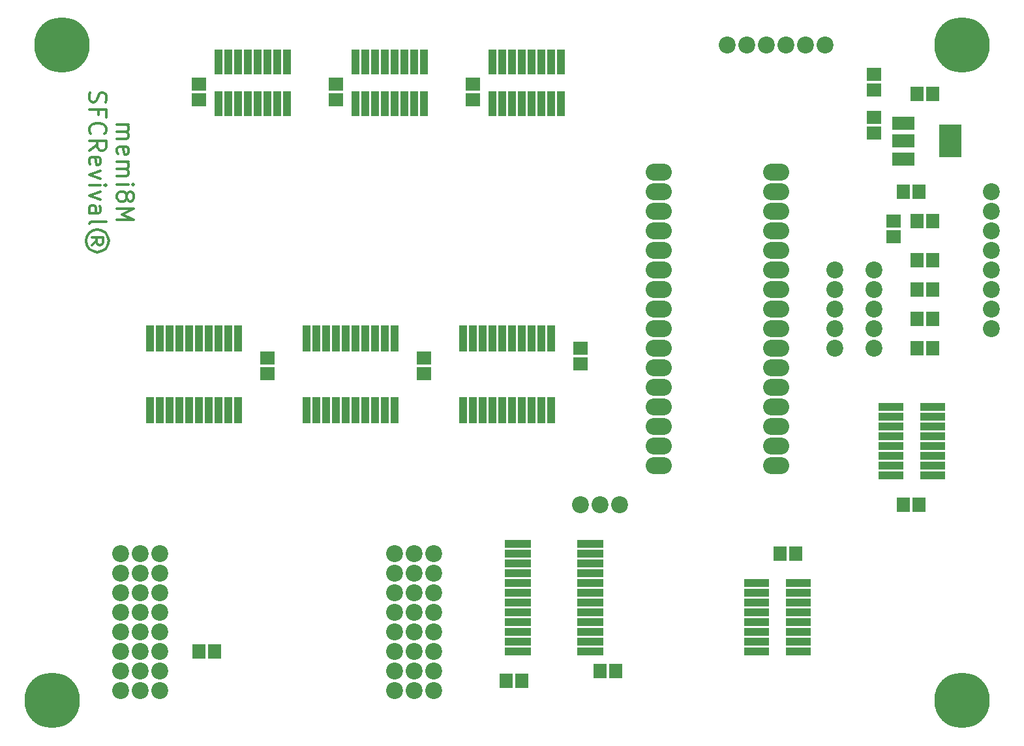
<source format=gts>
G04 #@! TF.FileFunction,Soldermask,Top*
%FSLAX46Y46*%
G04 Gerber Fmt 4.6, Leading zero omitted, Abs format (unit mm)*
G04 Created by KiCad (PCBNEW 4.0.7) date 03/21/19 10:54:29*
%MOMM*%
%LPD*%
G01*
G04 APERTURE LIST*
%ADD10C,0.100000*%
%ADD11C,0.300000*%
%ADD12R,1.800000X1.900000*%
%ADD13R,1.900000X1.800000*%
%ADD14C,2.200000*%
%ADD15R,1.100000X3.200000*%
%ADD16R,3.200000X1.100000*%
%ADD17O,3.400000X2.200000*%
%ADD18R,1.100000X3.400000*%
%ADD19R,2.900000X1.700000*%
%ADD20R,3.000000X4.250000*%
%ADD21R,3.400000X1.100000*%
%ADD22C,7.200000*%
G04 APERTURE END LIST*
D10*
D11*
X14874762Y-17649049D02*
X16341429Y-17649049D01*
X16131905Y-17649049D02*
X16236667Y-17753810D01*
X16341429Y-17963334D01*
X16341429Y-18277620D01*
X16236667Y-18487144D01*
X16027143Y-18591906D01*
X14874762Y-18591906D01*
X16027143Y-18591906D02*
X16236667Y-18696668D01*
X16341429Y-18906191D01*
X16341429Y-19220477D01*
X16236667Y-19430001D01*
X16027143Y-19534763D01*
X14874762Y-19534763D01*
X14979524Y-21420477D02*
X14874762Y-21210953D01*
X14874762Y-20791905D01*
X14979524Y-20582382D01*
X15189048Y-20477620D01*
X16027143Y-20477620D01*
X16236667Y-20582382D01*
X16341429Y-20791905D01*
X16341429Y-21210953D01*
X16236667Y-21420477D01*
X16027143Y-21525239D01*
X15817619Y-21525239D01*
X15608095Y-20477620D01*
X14874762Y-22468096D02*
X16341429Y-22468096D01*
X16131905Y-22468096D02*
X16236667Y-22572857D01*
X16341429Y-22782381D01*
X16341429Y-23096667D01*
X16236667Y-23306191D01*
X16027143Y-23410953D01*
X14874762Y-23410953D01*
X16027143Y-23410953D02*
X16236667Y-23515715D01*
X16341429Y-23725238D01*
X16341429Y-24039524D01*
X16236667Y-24249048D01*
X16027143Y-24353810D01*
X14874762Y-24353810D01*
X14874762Y-25401429D02*
X16341429Y-25401429D01*
X17074762Y-25401429D02*
X16970000Y-25296667D01*
X16865238Y-25401429D01*
X16970000Y-25506190D01*
X17074762Y-25401429D01*
X16865238Y-25401429D01*
X16131905Y-26763333D02*
X16236667Y-26553809D01*
X16341429Y-26449048D01*
X16550952Y-26344286D01*
X16655714Y-26344286D01*
X16865238Y-26449048D01*
X16970000Y-26553809D01*
X17074762Y-26763333D01*
X17074762Y-27182381D01*
X16970000Y-27391905D01*
X16865238Y-27496667D01*
X16655714Y-27601428D01*
X16550952Y-27601428D01*
X16341429Y-27496667D01*
X16236667Y-27391905D01*
X16131905Y-27182381D01*
X16131905Y-26763333D01*
X16027143Y-26553809D01*
X15922381Y-26449048D01*
X15712857Y-26344286D01*
X15293810Y-26344286D01*
X15084286Y-26449048D01*
X14979524Y-26553809D01*
X14874762Y-26763333D01*
X14874762Y-27182381D01*
X14979524Y-27391905D01*
X15084286Y-27496667D01*
X15293810Y-27601428D01*
X15712857Y-27601428D01*
X15922381Y-27496667D01*
X16027143Y-27391905D01*
X16131905Y-27182381D01*
X14874762Y-28544286D02*
X17074762Y-28544286D01*
X15503333Y-29277619D01*
X17074762Y-30010952D01*
X14874762Y-30010952D01*
X11379524Y-13458573D02*
X11274762Y-13772858D01*
X11274762Y-14296668D01*
X11379524Y-14506192D01*
X11484286Y-14610954D01*
X11693810Y-14715715D01*
X11903333Y-14715715D01*
X12112857Y-14610954D01*
X12217619Y-14506192D01*
X12322381Y-14296668D01*
X12427143Y-13877620D01*
X12531905Y-13668096D01*
X12636667Y-13563335D01*
X12846190Y-13458573D01*
X13055714Y-13458573D01*
X13265238Y-13563335D01*
X13370000Y-13668096D01*
X13474762Y-13877620D01*
X13474762Y-14401430D01*
X13370000Y-14715715D01*
X12427143Y-16391906D02*
X12427143Y-15658573D01*
X11274762Y-15658573D02*
X13474762Y-15658573D01*
X13474762Y-16706192D01*
X11484286Y-18801429D02*
X11379524Y-18696667D01*
X11274762Y-18382382D01*
X11274762Y-18172858D01*
X11379524Y-17858572D01*
X11589048Y-17649048D01*
X11798571Y-17544287D01*
X12217619Y-17439525D01*
X12531905Y-17439525D01*
X12950952Y-17544287D01*
X13160476Y-17649048D01*
X13370000Y-17858572D01*
X13474762Y-18172858D01*
X13474762Y-18382382D01*
X13370000Y-18696667D01*
X13265238Y-18801429D01*
X11274762Y-21001429D02*
X12322381Y-20268096D01*
X11274762Y-19744287D02*
X13474762Y-19744287D01*
X13474762Y-20582382D01*
X13370000Y-20791906D01*
X13265238Y-20896667D01*
X13055714Y-21001429D01*
X12741429Y-21001429D01*
X12531905Y-20896667D01*
X12427143Y-20791906D01*
X12322381Y-20582382D01*
X12322381Y-19744287D01*
X11379524Y-22782382D02*
X11274762Y-22572858D01*
X11274762Y-22153810D01*
X11379524Y-21944287D01*
X11589048Y-21839525D01*
X12427143Y-21839525D01*
X12636667Y-21944287D01*
X12741429Y-22153810D01*
X12741429Y-22572858D01*
X12636667Y-22782382D01*
X12427143Y-22887144D01*
X12217619Y-22887144D01*
X12008095Y-21839525D01*
X12741429Y-23620477D02*
X11274762Y-24144286D01*
X12741429Y-24668096D01*
X11274762Y-25506191D02*
X12741429Y-25506191D01*
X13474762Y-25506191D02*
X13370000Y-25401429D01*
X13265238Y-25506191D01*
X13370000Y-25610952D01*
X13474762Y-25506191D01*
X13265238Y-25506191D01*
X12741429Y-26344286D02*
X11274762Y-26868095D01*
X12741429Y-27391905D01*
X11274762Y-29172857D02*
X12427143Y-29172857D01*
X12636667Y-29068095D01*
X12741429Y-28858571D01*
X12741429Y-28439523D01*
X12636667Y-28230000D01*
X11379524Y-29172857D02*
X11274762Y-28963333D01*
X11274762Y-28439523D01*
X11379524Y-28230000D01*
X11589048Y-28125238D01*
X11798571Y-28125238D01*
X12008095Y-28230000D01*
X12112857Y-28439523D01*
X12112857Y-28963333D01*
X12217619Y-29172857D01*
X11274762Y-30534761D02*
X11379524Y-30325237D01*
X11589048Y-30220476D01*
X13474762Y-30220476D01*
X11589048Y-33258571D02*
X12217619Y-32734761D01*
X11589048Y-32315714D02*
X13055714Y-32315714D01*
X13055714Y-32944285D01*
X12950952Y-33153809D01*
X12741429Y-33258571D01*
X12531905Y-33258571D01*
X12322381Y-33153809D01*
X12217619Y-32944285D01*
X12217619Y-32315714D01*
X13789048Y-32734761D02*
X13684286Y-32210952D01*
X13370000Y-31687142D01*
X12846190Y-31372857D01*
X12322381Y-31268095D01*
X11798571Y-31372857D01*
X11274762Y-31687142D01*
X10960476Y-32210952D01*
X10855714Y-32734761D01*
X10960476Y-33258571D01*
X11274762Y-33782380D01*
X11798571Y-34096666D01*
X12322381Y-34201428D01*
X12846190Y-34096666D01*
X13370000Y-33782380D01*
X13684286Y-33258571D01*
X13789048Y-32734761D01*
D12*
X116940000Y-26370000D03*
X118984700Y-26370000D03*
D13*
X113130000Y-18750000D03*
X113130000Y-16705300D03*
X25500000Y-12400000D03*
X25500000Y-14444700D03*
X43280000Y-12400000D03*
X43280000Y-14444700D03*
X61060000Y-12400000D03*
X61060000Y-14444700D03*
D12*
X102970000Y-73360000D03*
X100925300Y-73360000D03*
X77570000Y-88600000D03*
X79614700Y-88600000D03*
X116940000Y-67010000D03*
X118984700Y-67010000D03*
D13*
X34390000Y-47960000D03*
X34390000Y-50004700D03*
X54710000Y-47960000D03*
X54710000Y-50004700D03*
X75030000Y-46690000D03*
X75030000Y-48734700D03*
D12*
X67410000Y-89870000D03*
X65365300Y-89870000D03*
X25500000Y-86060000D03*
X27544700Y-86060000D03*
X120750000Y-30180000D03*
X118705300Y-30180000D03*
X120750000Y-13670000D03*
X118705300Y-13670000D03*
D14*
X94080000Y-7320000D03*
X96620000Y-7320000D03*
X99160000Y-7320000D03*
X101700000Y-7320000D03*
X104240000Y-7320000D03*
X106780000Y-7320000D03*
X128370000Y-28910000D03*
X128370000Y-26370000D03*
X80110000Y-67010000D03*
X77570000Y-67010000D03*
X75030000Y-67010000D03*
X128370000Y-44150000D03*
X128370000Y-41610000D03*
X128370000Y-39070000D03*
X128370000Y-36530000D03*
X128370000Y-33990000D03*
X128370000Y-31450000D03*
D13*
X115670000Y-30180000D03*
X115670000Y-32224700D03*
X113130000Y-11130000D03*
X113130000Y-13174700D03*
D12*
X120750000Y-35260000D03*
X118705300Y-35260000D03*
X120750000Y-39070000D03*
X118705300Y-39070000D03*
X120750000Y-42880000D03*
X118705300Y-42880000D03*
X120750000Y-46690000D03*
X118705300Y-46690000D03*
D14*
X108050000Y-36530000D03*
X108050000Y-39070000D03*
X108050000Y-41610000D03*
X108050000Y-44150000D03*
X108050000Y-46690000D03*
X113130000Y-46690000D03*
X113130000Y-44150000D03*
X113130000Y-41610000D03*
X113130000Y-39070000D03*
X113130000Y-36530000D03*
D15*
X28040000Y-14940000D03*
X29310000Y-14940000D03*
X30580000Y-14940000D03*
X31850000Y-14940000D03*
X33120000Y-14940000D03*
X34390000Y-14940000D03*
X35660000Y-14940000D03*
X35660000Y-9542500D03*
X34390000Y-9542500D03*
X33120000Y-9542500D03*
X31850000Y-9542500D03*
X30580000Y-9542500D03*
X29310000Y-9542500D03*
X28040000Y-9542500D03*
X36930000Y-14940000D03*
X36930000Y-9542500D03*
X45820000Y-14940000D03*
X47090000Y-14940000D03*
X48360000Y-14940000D03*
X49630000Y-14940000D03*
X50900000Y-14940000D03*
X52170000Y-14940000D03*
X53440000Y-14940000D03*
X53440000Y-9542500D03*
X52170000Y-9542500D03*
X50900000Y-9542500D03*
X49630000Y-9542500D03*
X48360000Y-9542500D03*
X47090000Y-9542500D03*
X45820000Y-9542500D03*
X54710000Y-14940000D03*
X54710000Y-9542500D03*
X63600000Y-14940000D03*
X64870000Y-14940000D03*
X66140000Y-14940000D03*
X67410000Y-14940000D03*
X68680000Y-14940000D03*
X69950000Y-14940000D03*
X71220000Y-14940000D03*
X71220000Y-9542500D03*
X69950000Y-9542500D03*
X68680000Y-9542500D03*
X67410000Y-9542500D03*
X66140000Y-9542500D03*
X64870000Y-9542500D03*
X63600000Y-9542500D03*
X72490000Y-14940000D03*
X72490000Y-9542500D03*
D16*
X97890000Y-77170000D03*
X97890000Y-78440000D03*
X97890000Y-79710000D03*
X97890000Y-80980000D03*
X97890000Y-82250000D03*
X97890000Y-83520000D03*
X97890000Y-84790000D03*
X103287500Y-84790000D03*
X103287500Y-83520000D03*
X103287500Y-82250000D03*
X103287500Y-80980000D03*
X103287500Y-79710000D03*
X103287500Y-78440000D03*
X103287500Y-77170000D03*
X97890000Y-86060000D03*
X103287500Y-86060000D03*
D17*
X85190000Y-23830000D03*
X85190000Y-26370000D03*
X85190000Y-28910000D03*
X85190000Y-31450000D03*
X85190000Y-33990000D03*
X85190000Y-36530000D03*
X85190000Y-39070000D03*
X85190000Y-41610000D03*
X85190000Y-44150000D03*
X85190000Y-46690000D03*
X85190000Y-49230000D03*
X85190000Y-51770000D03*
X85190000Y-54310000D03*
X85190000Y-56850000D03*
X85190000Y-59390000D03*
X85190000Y-61930000D03*
X100430000Y-61930000D03*
X100430000Y-59390000D03*
X100430000Y-56850000D03*
X100430000Y-54310000D03*
X100430000Y-51770000D03*
X100430000Y-49230000D03*
X100430000Y-46690000D03*
X100430000Y-44150000D03*
X100430000Y-41610000D03*
X100430000Y-39070000D03*
X100430000Y-36530000D03*
X100430000Y-33990000D03*
X100430000Y-31450000D03*
X100430000Y-28910000D03*
X100430000Y-26370000D03*
X100430000Y-23830000D03*
D18*
X30580000Y-45420000D03*
X29310000Y-45420000D03*
X28040000Y-45420000D03*
X26770000Y-45420000D03*
X25500000Y-45420000D03*
X24230000Y-45420000D03*
X22960000Y-45420000D03*
X21690000Y-45420000D03*
X20420000Y-45420000D03*
X19150000Y-45420000D03*
X19150000Y-54716400D03*
X20420000Y-54716400D03*
X21690000Y-54716400D03*
X22960000Y-54716400D03*
X24230000Y-54716400D03*
X25500000Y-54716400D03*
X26770000Y-54716400D03*
X28040000Y-54716400D03*
X29310000Y-54716400D03*
X30580000Y-54716400D03*
X50900000Y-45420000D03*
X49630000Y-45420000D03*
X48360000Y-45420000D03*
X47090000Y-45420000D03*
X45820000Y-45420000D03*
X44550000Y-45420000D03*
X43280000Y-45420000D03*
X42010000Y-45420000D03*
X40740000Y-45420000D03*
X39470000Y-45420000D03*
X39470000Y-54716400D03*
X40740000Y-54716400D03*
X42010000Y-54716400D03*
X43280000Y-54716400D03*
X44550000Y-54716400D03*
X45820000Y-54716400D03*
X47090000Y-54716400D03*
X48360000Y-54716400D03*
X49630000Y-54716400D03*
X50900000Y-54716400D03*
X71220000Y-45420000D03*
X69950000Y-45420000D03*
X68680000Y-45420000D03*
X67410000Y-45420000D03*
X66140000Y-45420000D03*
X64870000Y-45420000D03*
X63600000Y-45420000D03*
X62330000Y-45420000D03*
X61060000Y-45420000D03*
X59790000Y-45420000D03*
X59790000Y-54716400D03*
X61060000Y-54716400D03*
X62330000Y-54716400D03*
X63600000Y-54716400D03*
X64870000Y-54716400D03*
X66140000Y-54716400D03*
X67410000Y-54716400D03*
X68680000Y-54716400D03*
X69950000Y-54716400D03*
X71220000Y-54716400D03*
D19*
X116940000Y-17480000D03*
X116940000Y-19778700D03*
X116940000Y-22077400D03*
D20*
X123036000Y-19778700D03*
D16*
X120750000Y-63200000D03*
X120750000Y-61930000D03*
X120750000Y-60660000D03*
X120750000Y-59390000D03*
X120750000Y-58120000D03*
X120750000Y-56850000D03*
X120750000Y-55580000D03*
X115352500Y-55580000D03*
X115352500Y-56850000D03*
X115352500Y-58120000D03*
X115352500Y-59390000D03*
X115352500Y-60660000D03*
X115352500Y-61930000D03*
X115352500Y-63200000D03*
X120750000Y-54310000D03*
X115352500Y-54310000D03*
D14*
X20420000Y-73360000D03*
X17880000Y-73360000D03*
X15340000Y-73360000D03*
X20420000Y-75900000D03*
X17880000Y-75900000D03*
X15340000Y-75900000D03*
X20420000Y-78440000D03*
X17880000Y-78440000D03*
X15340000Y-78440000D03*
X20420000Y-80980000D03*
X17880000Y-80980000D03*
X15340000Y-80980000D03*
X20420000Y-83520000D03*
X17880000Y-83520000D03*
X15340000Y-83520000D03*
X20420000Y-86060000D03*
X17880000Y-86060000D03*
X15340000Y-86060000D03*
X20420000Y-88600000D03*
X17880000Y-88600000D03*
X15340000Y-88600000D03*
X20420000Y-91140000D03*
X17880000Y-91140000D03*
X15340000Y-91140000D03*
X55980000Y-91140000D03*
X53440000Y-91140000D03*
X50900000Y-91140000D03*
X55980000Y-88600000D03*
X53440000Y-88600000D03*
X50900000Y-88600000D03*
X55980000Y-86060000D03*
X53440000Y-86060000D03*
X50900000Y-86060000D03*
X55980000Y-83520000D03*
X53440000Y-83520000D03*
X50900000Y-83520000D03*
X55980000Y-80980000D03*
X53440000Y-80980000D03*
X50900000Y-80980000D03*
X55980000Y-78440000D03*
X53440000Y-78440000D03*
X50900000Y-78440000D03*
X55980000Y-75900000D03*
X53440000Y-75900000D03*
X50900000Y-75900000D03*
X55980000Y-73360000D03*
X53440000Y-73360000D03*
X50900000Y-73360000D03*
D21*
X76300000Y-86060000D03*
X76300000Y-84790000D03*
X76300000Y-83520000D03*
X76300000Y-82250000D03*
X76300000Y-80980000D03*
X76300000Y-79710000D03*
X76300000Y-78440000D03*
X76300000Y-77170000D03*
X76300000Y-75900000D03*
X76300000Y-74630000D03*
X76300000Y-73360000D03*
X76300000Y-72090000D03*
X66902000Y-72090000D03*
X66902000Y-73360000D03*
X66902000Y-74630000D03*
X66902000Y-75900000D03*
X66902000Y-77170000D03*
X66902000Y-78440000D03*
X66902000Y-79710000D03*
X66902000Y-80980000D03*
X66902000Y-82250000D03*
X66902000Y-83520000D03*
X66902000Y-84790000D03*
X66902000Y-86060000D03*
D22*
X7720000Y-7320000D03*
X6450000Y-92410000D03*
X124560000Y-7320000D03*
X124560000Y-92410000D03*
M02*

</source>
